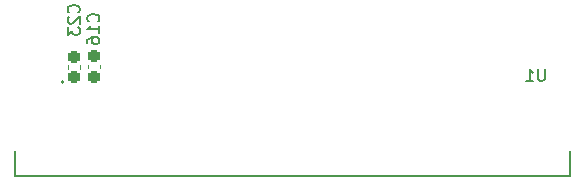
<source format=gbo>
G04 #@! TF.GenerationSoftware,KiCad,Pcbnew,9.0.0*
G04 #@! TF.CreationDate,2025-03-04T23:57:34-06:00*
G04 #@! TF.ProjectId,PCB,5043422e-6b69-4636-9164-5f7063625858,rev?*
G04 #@! TF.SameCoordinates,Original*
G04 #@! TF.FileFunction,Legend,Bot*
G04 #@! TF.FilePolarity,Positive*
%FSLAX46Y46*%
G04 Gerber Fmt 4.6, Leading zero omitted, Abs format (unit mm)*
G04 Created by KiCad (PCBNEW 9.0.0) date 2025-03-04 23:57:34*
%MOMM*%
%LPD*%
G01*
G04 APERTURE LIST*
G04 Aperture macros list*
%AMRoundRect*
0 Rectangle with rounded corners*
0 $1 Rounding radius*
0 $2 $3 $4 $5 $6 $7 $8 $9 X,Y pos of 4 corners*
0 Add a 4 corners polygon primitive as box body*
4,1,4,$2,$3,$4,$5,$6,$7,$8,$9,$2,$3,0*
0 Add four circle primitives for the rounded corners*
1,1,$1+$1,$2,$3*
1,1,$1+$1,$4,$5*
1,1,$1+$1,$6,$7*
1,1,$1+$1,$8,$9*
0 Add four rect primitives between the rounded corners*
20,1,$1+$1,$2,$3,$4,$5,0*
20,1,$1+$1,$4,$5,$6,$7,0*
20,1,$1+$1,$6,$7,$8,$9,0*
20,1,$1+$1,$8,$9,$2,$3,0*%
G04 Aperture macros list end*
%ADD10C,0.150000*%
%ADD11C,0.120000*%
%ADD12C,0.200000*%
%ADD13C,1.695000*%
%ADD14C,2.000000*%
%ADD15R,2.100000X2.100000*%
%ADD16C,2.100000*%
%ADD17C,0.770000*%
%ADD18C,3.200000*%
%ADD19RoundRect,0.237500X-0.237500X0.300000X-0.237500X-0.300000X0.237500X-0.300000X0.237500X0.300000X0*%
%ADD20C,1.650000*%
%ADD21R,3.500000X3.500000*%
%ADD22RoundRect,0.750000X-1.000000X0.750000X-1.000000X-0.750000X1.000000X-0.750000X1.000000X0.750000X0*%
%ADD23RoundRect,0.875000X-0.875000X0.875000X-0.875000X-0.875000X0.875000X-0.875000X0.875000X0.875000X0*%
%ADD24R,0.600000X1.700000*%
%ADD25R,2.500000X2.800000*%
%ADD26C,0.300000*%
G04 APERTURE END LIST*
D10*
X222101580Y-83685142D02*
X222149200Y-83637523D01*
X222149200Y-83637523D02*
X222196819Y-83494666D01*
X222196819Y-83494666D02*
X222196819Y-83399428D01*
X222196819Y-83399428D02*
X222149200Y-83256571D01*
X222149200Y-83256571D02*
X222053961Y-83161333D01*
X222053961Y-83161333D02*
X221958723Y-83113714D01*
X221958723Y-83113714D02*
X221768247Y-83066095D01*
X221768247Y-83066095D02*
X221625390Y-83066095D01*
X221625390Y-83066095D02*
X221434914Y-83113714D01*
X221434914Y-83113714D02*
X221339676Y-83161333D01*
X221339676Y-83161333D02*
X221244438Y-83256571D01*
X221244438Y-83256571D02*
X221196819Y-83399428D01*
X221196819Y-83399428D02*
X221196819Y-83494666D01*
X221196819Y-83494666D02*
X221244438Y-83637523D01*
X221244438Y-83637523D02*
X221292057Y-83685142D01*
X222196819Y-84637523D02*
X222196819Y-84066095D01*
X222196819Y-84351809D02*
X221196819Y-84351809D01*
X221196819Y-84351809D02*
X221339676Y-84256571D01*
X221339676Y-84256571D02*
X221434914Y-84161333D01*
X221434914Y-84161333D02*
X221482533Y-84066095D01*
X221196819Y-85494666D02*
X221196819Y-85304190D01*
X221196819Y-85304190D02*
X221244438Y-85208952D01*
X221244438Y-85208952D02*
X221292057Y-85161333D01*
X221292057Y-85161333D02*
X221434914Y-85066095D01*
X221434914Y-85066095D02*
X221625390Y-85018476D01*
X221625390Y-85018476D02*
X222006342Y-85018476D01*
X222006342Y-85018476D02*
X222101580Y-85066095D01*
X222101580Y-85066095D02*
X222149200Y-85113714D01*
X222149200Y-85113714D02*
X222196819Y-85208952D01*
X222196819Y-85208952D02*
X222196819Y-85399428D01*
X222196819Y-85399428D02*
X222149200Y-85494666D01*
X222149200Y-85494666D02*
X222101580Y-85542285D01*
X222101580Y-85542285D02*
X222006342Y-85589904D01*
X222006342Y-85589904D02*
X221768247Y-85589904D01*
X221768247Y-85589904D02*
X221673009Y-85542285D01*
X221673009Y-85542285D02*
X221625390Y-85494666D01*
X221625390Y-85494666D02*
X221577771Y-85399428D01*
X221577771Y-85399428D02*
X221577771Y-85208952D01*
X221577771Y-85208952D02*
X221625390Y-85113714D01*
X221625390Y-85113714D02*
X221673009Y-85066095D01*
X221673009Y-85066095D02*
X221768247Y-85018476D01*
X220440623Y-82923142D02*
X220488243Y-82875523D01*
X220488243Y-82875523D02*
X220535862Y-82732666D01*
X220535862Y-82732666D02*
X220535862Y-82637428D01*
X220535862Y-82637428D02*
X220488243Y-82494571D01*
X220488243Y-82494571D02*
X220393004Y-82399333D01*
X220393004Y-82399333D02*
X220297766Y-82351714D01*
X220297766Y-82351714D02*
X220107290Y-82304095D01*
X220107290Y-82304095D02*
X219964433Y-82304095D01*
X219964433Y-82304095D02*
X219773957Y-82351714D01*
X219773957Y-82351714D02*
X219678719Y-82399333D01*
X219678719Y-82399333D02*
X219583481Y-82494571D01*
X219583481Y-82494571D02*
X219535862Y-82637428D01*
X219535862Y-82637428D02*
X219535862Y-82732666D01*
X219535862Y-82732666D02*
X219583481Y-82875523D01*
X219583481Y-82875523D02*
X219631100Y-82923142D01*
X219631100Y-83304095D02*
X219583481Y-83351714D01*
X219583481Y-83351714D02*
X219535862Y-83446952D01*
X219535862Y-83446952D02*
X219535862Y-83685047D01*
X219535862Y-83685047D02*
X219583481Y-83780285D01*
X219583481Y-83780285D02*
X219631100Y-83827904D01*
X219631100Y-83827904D02*
X219726338Y-83875523D01*
X219726338Y-83875523D02*
X219821576Y-83875523D01*
X219821576Y-83875523D02*
X219964433Y-83827904D01*
X219964433Y-83827904D02*
X220535862Y-83256476D01*
X220535862Y-83256476D02*
X220535862Y-83875523D01*
X219535862Y-84208857D02*
X219535862Y-84827904D01*
X219535862Y-84827904D02*
X219916814Y-84494571D01*
X219916814Y-84494571D02*
X219916814Y-84637428D01*
X219916814Y-84637428D02*
X219964433Y-84732666D01*
X219964433Y-84732666D02*
X220012052Y-84780285D01*
X220012052Y-84780285D02*
X220107290Y-84827904D01*
X220107290Y-84827904D02*
X220345385Y-84827904D01*
X220345385Y-84827904D02*
X220440623Y-84780285D01*
X220440623Y-84780285D02*
X220488243Y-84732666D01*
X220488243Y-84732666D02*
X220535862Y-84637428D01*
X220535862Y-84637428D02*
X220535862Y-84351714D01*
X220535862Y-84351714D02*
X220488243Y-84256476D01*
X220488243Y-84256476D02*
X220440623Y-84208857D01*
X259912904Y-87743819D02*
X259912904Y-88553342D01*
X259912904Y-88553342D02*
X259865285Y-88648580D01*
X259865285Y-88648580D02*
X259817666Y-88696200D01*
X259817666Y-88696200D02*
X259722428Y-88743819D01*
X259722428Y-88743819D02*
X259531952Y-88743819D01*
X259531952Y-88743819D02*
X259436714Y-88696200D01*
X259436714Y-88696200D02*
X259389095Y-88648580D01*
X259389095Y-88648580D02*
X259341476Y-88553342D01*
X259341476Y-88553342D02*
X259341476Y-87743819D01*
X258341476Y-88743819D02*
X258912904Y-88743819D01*
X258627190Y-88743819D02*
X258627190Y-87743819D01*
X258627190Y-87743819D02*
X258722428Y-87886676D01*
X258722428Y-87886676D02*
X258817666Y-87981914D01*
X258817666Y-87981914D02*
X258912904Y-88029533D01*
D11*
X221223699Y-87369238D02*
X221223699Y-87661772D01*
X222243699Y-87369238D02*
X222243699Y-87661772D01*
X219571043Y-87390425D02*
X219571043Y-87682959D01*
X220591043Y-87390425D02*
X220591043Y-87682959D01*
D12*
X215076000Y-96824000D02*
X215076000Y-94674000D01*
X262076000Y-94674000D02*
X262076000Y-96824000D01*
X262076000Y-96824000D02*
X215076000Y-96824000D01*
X219176000Y-88824000D02*
G75*
G02*
X218976000Y-88824000I-100000J0D01*
G01*
X218976000Y-88824000D02*
G75*
G02*
X219176000Y-88824000I100000J0D01*
G01*
%LPC*%
D13*
X206756000Y-82550000D03*
X206756000Y-85090000D03*
X206756000Y-87630000D03*
X206756000Y-90170000D03*
X206756000Y-92710000D03*
X206756000Y-95250000D03*
X179951000Y-81414000D03*
X179951000Y-83954000D03*
X179951000Y-86494000D03*
X179951000Y-89034000D03*
X179951000Y-91574000D03*
X179951000Y-94114000D03*
D14*
X192024000Y-84328000D03*
D15*
X264521000Y-51589000D03*
D16*
X264521000Y-55399000D03*
D17*
X242824000Y-53062290D03*
X244124000Y-53062290D03*
X245424000Y-53062290D03*
X242824000Y-51762290D03*
X244124000Y-51762290D03*
X245424000Y-51762290D03*
D15*
X264521000Y-80444000D03*
D16*
X264521000Y-84254000D03*
D18*
X221488000Y-52578000D03*
D19*
X221733699Y-86653005D03*
X221733699Y-88378005D03*
D15*
X264521000Y-70792000D03*
D16*
X264521000Y-74602000D03*
D15*
X242089000Y-35790290D03*
D16*
X245899000Y-35790290D03*
D14*
X197358000Y-79196000D03*
D15*
X264521000Y-90096000D03*
D16*
X264521000Y-93906000D03*
D18*
X181610000Y-34798000D03*
D15*
X230404000Y-35790290D03*
D16*
X234214000Y-35790290D03*
D14*
X194683000Y-92336000D03*
D15*
X202697288Y-35680802D03*
D16*
X206507288Y-35680802D03*
X210317288Y-35680802D03*
D15*
X264521000Y-41937000D03*
D16*
X264521000Y-45747000D03*
D18*
X265430000Y-34798000D03*
D19*
X220081043Y-86674192D03*
X220081043Y-88399192D03*
D20*
X220218000Y-66294000D03*
X220218000Y-63754000D03*
X222758000Y-66294000D03*
X222758000Y-63754000D03*
X225298000Y-66294000D03*
X225298000Y-63754000D03*
D15*
X264521000Y-61241000D03*
D16*
X264521000Y-65051000D03*
D15*
X216159288Y-35680802D03*
D16*
X219969288Y-35680802D03*
X223779288Y-35680802D03*
D21*
X192532000Y-41560000D03*
D22*
X192532000Y-35560000D03*
D23*
X187832000Y-38560000D03*
D17*
X231139000Y-53062290D03*
X232439000Y-53062290D03*
X233739000Y-53062290D03*
X231139000Y-51762290D03*
X232439000Y-51762290D03*
X233739000Y-51762290D03*
D24*
X219076000Y-90424000D03*
X220076000Y-90424000D03*
X221076000Y-90424000D03*
X222076000Y-90424000D03*
X223076000Y-90424000D03*
X224076000Y-90424000D03*
X225076000Y-90424000D03*
X226076000Y-90424000D03*
X227076000Y-90424000D03*
X228076000Y-90424000D03*
X229076000Y-90424000D03*
X230076000Y-90424000D03*
X231076000Y-90424000D03*
X232076000Y-90424000D03*
X233076000Y-90424000D03*
X234076000Y-90424000D03*
X235076000Y-90424000D03*
X236076000Y-90424000D03*
X237076000Y-90424000D03*
X238076000Y-90424000D03*
X239076000Y-90424000D03*
X240076000Y-90424000D03*
X241076000Y-90424000D03*
X242076000Y-90424000D03*
X243076000Y-90424000D03*
X244076000Y-90424000D03*
X245076000Y-90424000D03*
X246076000Y-90424000D03*
X247076000Y-90424000D03*
X248076000Y-90424000D03*
X249076000Y-90424000D03*
X250076000Y-90424000D03*
X251076000Y-90424000D03*
X252076000Y-90424000D03*
X253076000Y-90424000D03*
X254076000Y-90424000D03*
X255076000Y-90424000D03*
X256076000Y-90424000D03*
X257076000Y-90424000D03*
X258076000Y-90424000D03*
D25*
X216326000Y-92874000D03*
X260826000Y-92874000D03*
D26*
X184912000Y-52040000D03*
X184912000Y-53340000D03*
X183612000Y-52040000D03*
X183612000Y-53340000D03*
X182312000Y-52040000D03*
X182312000Y-53340000D03*
X181012000Y-52040000D03*
X181012000Y-53340000D03*
%LPD*%
M02*

</source>
